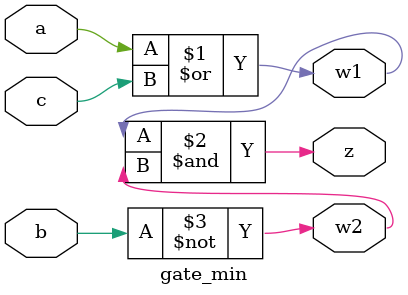
<source format=sv>
module gate_min(w1,w2,z,a,b,c);
  input a,b,c;
  output w1,w2,z;

  or n1(w1,a,c);
  not n2(w2,b);
  and n3(z,w1,w2);
  
 
 endmodule

</source>
